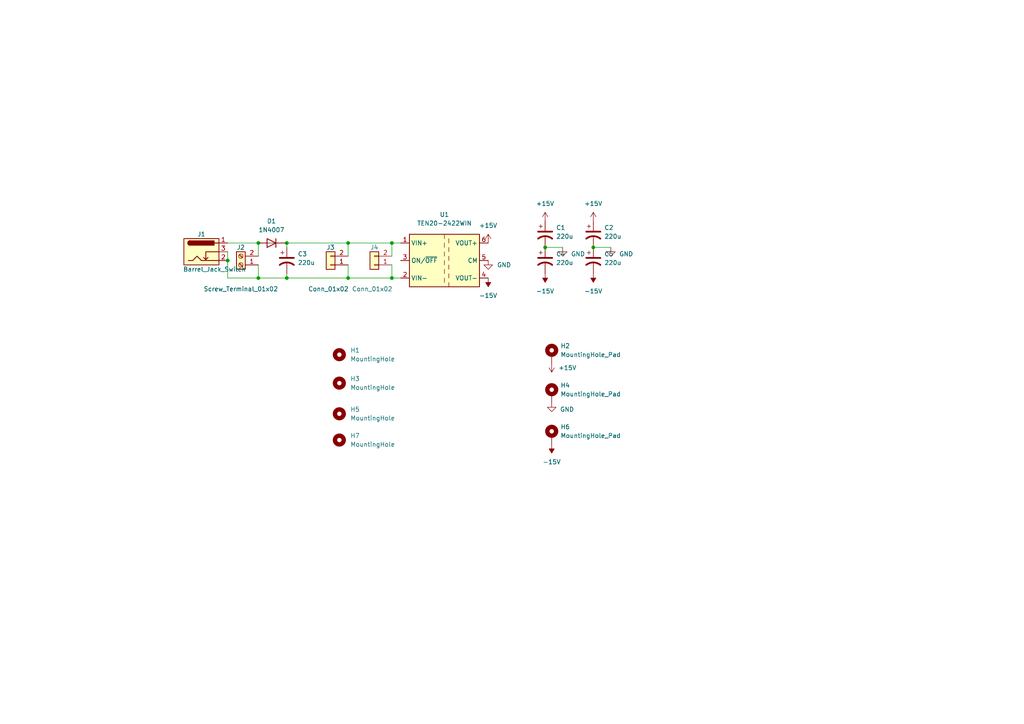
<source format=kicad_sch>
(kicad_sch (version 20211123) (generator eeschema)
  (paper "A4")
  (lib_symbols
    (symbol "Connector:Barrel_Jack_Switch" (pin_names hide)
      (property "Reference" "J" (at 0 5.334 0))
      (property "Value" "Barrel_Jack_Switch" (at 0 -5.08 0))
      (symbol "Barrel_Jack_Switch_0_1"
        (rectangle (start -5.08 3.81) (end 5.08 -3.81) (stroke (width 0.254)) (fill (type background)))
        (arc (start -3.302 3.175) (mid -3.937 2.54) (end -3.302 1.905) (stroke (width 0.254)))
        (arc (start -3.302 3.175) (mid -3.937 2.54) (end -3.302 1.905) (stroke (width 0.254)) (fill (type outline)))
        (polyline (pts (xy 1.27 -2.286) (xy 1.905 -1.651)) (stroke (width 0.254)))
        (polyline (pts (xy 5.08 2.54) (xy 3.81 2.54)) (stroke (width 0.254)))
        (polyline (pts (xy 5.08 0) (xy 1.27 0) (xy 1.27 -2.286) (xy 0.635 -1.651)) (stroke (width 0.254)))
        (polyline (pts (xy -3.81 -2.54) (xy -2.54 -2.54) (xy -1.27 -1.27) (xy 0 -2.54) (xy 2.54 -2.54) (xy 5.08 -2.54)) (stroke (width 0.254)))
        (rectangle (start 3.683 3.175) (end -3.302 1.905) (stroke (width 0.254)) (fill (type outline)))
      )
      (symbol "Barrel_Jack_Switch_1_1"
        (pin passive line (at 7.62 2.54 180) (length 2.54) (name "~") (number "1"))
        (pin passive line (at 7.62 -2.54 180) (length 2.54) (name "~") (number "2"))
        (pin passive line (at 7.62 0 180) (length 2.54) (name "~") (number "3"))
      )
    )
    (symbol "Connector:Screw_Terminal_01x02" (pin_names (offset 1.016) hide)
      (property "Reference" "J" (at 0 2.54 0))
      (property "Value" "Screw_Terminal_01x02" (at 0 -5.08 0))
      (symbol "Screw_Terminal_01x02_1_1"
        (rectangle (start -1.27 1.27) (end 1.27 -3.81) (stroke (width 0.254)) (fill (type background)))
        (circle (center 0 -2.54) (radius 0.635) (stroke (width 0.1524)))
        (polyline (pts (xy -0.5334 -2.2098) (xy 0.3302 -3.048)) (stroke (width 0.1524)))
        (polyline (pts (xy -0.5334 0.3302) (xy 0.3302 -0.508)) (stroke (width 0.1524)))
        (polyline (pts (xy -0.3556 -2.032) (xy 0.508 -2.8702)) (stroke (width 0.1524)))
        (polyline (pts (xy -0.3556 0.508) (xy 0.508 -0.3302)) (stroke (width 0.1524)))
        (circle (center 0 0) (radius 0.635) (stroke (width 0.1524)))
        (pin passive line (at -5.08 0 0) (length 3.81) (name "Pin_1") (number "1"))
        (pin passive line (at -5.08 -2.54 0) (length 3.81) (name "Pin_2") (number "2"))
      )
    )
    (symbol "Connector_Generic:Conn_01x02" (pin_names (offset 1.016) hide)
      (property "Reference" "J" (at 0 2.54 0))
      (property "Value" "Conn_01x02" (at 0 -5.08 0))
      (symbol "Conn_01x02_1_1"
        (rectangle (start -1.27 -2.413) (end 0 -2.667) (stroke (width 0.1524)))
        (rectangle (start -1.27 0.127) (end 0 -0.127) (stroke (width 0.1524)))
        (rectangle (start -1.27 1.27) (end 1.27 -3.81) (stroke (width 0.254)) (fill (type background)))
        (pin passive line (at -5.08 0 0) (length 3.81) (name "Pin_1") (number "1"))
        (pin passive line (at -5.08 -2.54 0) (length 3.81) (name "Pin_2") (number "2"))
      )
    )
    (symbol "Converter_DCDC:TEN20-2422WIN"
      (property "Reference" "U?" (at 0 13.335 0))
      (property "Value" "TEN20-2422WIN" (at 0 10.795 0))
      (symbol "TEN20-2422WIN_0_1"
        (rectangle (start -10.16 7.62) (end 10.16 -7.62) (stroke (width 0.254)) (fill (type background)))
        (polyline (pts (xy 0 -5.08) (xy 0 -6.35)))
        (polyline (pts (xy 0 -2.54) (xy 0 -3.81)))
        (polyline (pts (xy 0 0) (xy 0 -1.27)))
        (polyline (pts (xy 0 2.54) (xy 0 1.27)))
        (polyline (pts (xy 0 5.08) (xy 0 3.81)))
        (polyline (pts (xy 0 7.62) (xy 0 6.35)))
        (polyline (pts (xy 1.27 -7.62) (xy 1.27 -6.35)))
        (polyline (pts (xy 1.27 -5.08) (xy 1.27 -3.81)))
        (polyline (pts (xy 1.27 -2.54) (xy 1.27 -1.27)))
        (polyline (pts (xy 1.27 0) (xy 1.27 1.27)))
        (polyline (pts (xy 1.27 2.54) (xy 1.27 3.81)))
        (polyline (pts (xy 1.27 5.08) (xy 1.27 6.35)))
      )
      (symbol "TEN20-2422WIN_1_1"
        (pin power_in line (at -12.7 5.08 0) (length 2.54) (name "VIN+") (number "1"))
        (pin power_in line (at -12.7 -5.08 0) (length 2.54) (name "VIN-") (number "2"))
        (pin input line (at -12.7 0 0) (length 2.54) (name "ON/~{OFF}") (number "3"))
        (pin power_out line (at 12.7 -5.08 180) (length 2.54) (name "VOUT-") (number "4"))
        (pin power_out line (at 12.7 0 180) (length 2.54) (name "CM") (number "5"))
        (pin power_out line (at 12.7 5.08 180) (length 2.54) (name "VOUT+") (number "6"))
      )
    )
    (symbol "Device:C_Polarized_US" (pin_numbers hide) (pin_names (offset 0.254) hide)
      (property "Reference" "C" (at 0.635 2.54 0))
      (property "Value" "C_Polarized_US" (at 0.635 -2.54 0))
      (symbol "C_Polarized_US_0_1"
        (polyline (pts (xy -2.032 0.762) (xy 2.032 0.762)) (stroke (width 0.508)))
        (polyline (pts (xy -1.778 2.286) (xy -0.762 2.286)))
        (polyline (pts (xy -1.27 1.778) (xy -1.27 2.794)))
        (arc (start 2.032 -1.27) (mid 0 -0.5572) (end -2.032 -1.27) (stroke (width 0.508)))
      )
      (symbol "C_Polarized_US_1_1"
        (pin passive line (at 0 3.81 270) (length 2.794) (name "~") (number "1"))
        (pin passive line (at 0 -3.81 90) (length 3.302) (name "~") (number "2"))
      )
    )
    (symbol "Diode:1N4007" (pin_numbers hide) (pin_names (offset 1.016) hide)
      (property "Reference" "D" (at 0 2.54 0))
      (property "Value" "1N4007" (at 0 -2.54 0))
      (symbol "1N4007_0_1"
        (polyline (pts (xy -1.27 1.27) (xy -1.27 -1.27)) (stroke (width 0.254)))
        (polyline (pts (xy 1.27 0) (xy -1.27 0)))
        (polyline (pts (xy 1.27 1.27) (xy 1.27 -1.27) (xy -1.27 0) (xy 1.27 1.27)) (stroke (width 0.254)))
      )
      (symbol "1N4007_1_1"
        (pin passive line (at -3.81 0 0) (length 2.54) (name "K") (number "1"))
        (pin passive line (at 3.81 0 180) (length 2.54) (name "A") (number "2"))
      )
    )
    (symbol "Mechanical:MountingHole" (pin_names (offset 1.016))
      (property "Reference" "H" (at 0 5.08 0))
      (property "Value" "MountingHole" (at 0 3.175 0))
      (symbol "MountingHole_0_1"
        (circle (center 0 0) (radius 1.27) (stroke (width 1.27)))
      )
    )
    (symbol "Mechanical:MountingHole_Pad" (pin_numbers hide) (pin_names (offset 1.016) hide)
      (property "Reference" "H" (at 0 6.35 0))
      (property "Value" "MountingHole_Pad" (at 0 4.445 0))
      (symbol "MountingHole_Pad_0_1"
        (circle (center 0 1.27) (radius 1.27) (stroke (width 1.27)))
      )
      (symbol "MountingHole_Pad_1_1"
        (pin input line (at 0 -2.54 90) (length 2.54) (name "1") (number "1"))
      )
    )
    (symbol "power:+15V" (power) (pin_names (offset 0))
      (property "Value" "+15V" (at 0 3.556 0))
      (symbol "+15V_0_1"
        (polyline (pts (xy -0.762 1.27) (xy 0 2.54)))
        (polyline (pts (xy 0 0) (xy 0 2.54)))
        (polyline (pts (xy 0 2.54) (xy 0.762 1.27)))
      )
      (symbol "+15V_1_1"
        (pin power_in line (at 0 0 90) (length 0) hide (name "+15V") (number "1"))
      )
    )
    (symbol "power:-15V" (power) (pin_names (offset 0))
      (property "Value" "-15V" (at 0 3.81 0))
      (symbol "-15V_0_0"
        (pin power_in line (at 0 0 90) (length 0) hide (name "-15V") (number "1"))
      )
      (symbol "-15V_0_1"
        (polyline (pts (xy 0 0) (xy 0 1.27) (xy 0.762 1.27) (xy 0 2.54) (xy -0.762 1.27) (xy 0 1.27)) (fill (type outline)))
      )
    )
    (symbol "power:GND" (power) (pin_names (offset 0))
      (property "Value" "GND" (at 0 -3.81 0))
      (symbol "GND_0_1"
        (polyline (pts (xy 0 0) (xy 0 -1.27) (xy 1.27 -1.27) (xy 0 -2.54) (xy -1.27 -1.27) (xy 0 -1.27)))
      )
      (symbol "GND_1_1"
        (pin power_in line (at 0 0 270) (length 0) hide (name "GND") (number "1"))
      )
    )
  )
  (junction (at 113.665 70.485))
  (junction (at 172.085 71.755))
  (junction (at 74.93 70.485))
  (junction (at 100.965 70.485))
  (junction (at 100.965 80.645))
  (junction (at 83.185 70.485))
  (junction (at 83.185 80.645))
  (junction (at 158.115 71.755))
  (junction (at 74.93 80.645))
  (junction (at 113.665 80.645))
  (junction (at 66.04 75.565))
  (wire (pts (xy 113.665 76.835) (xy 113.665 80.645)))
  (wire (pts (xy 83.185 79.375) (xy 83.185 80.645)))
  (wire (pts (xy 66.04 73.025) (xy 66.04 75.565)))
  (wire (pts (xy 100.965 70.485) (xy 113.665 70.485)))
  (wire (pts (xy 83.185 80.645) (xy 100.965 80.645)))
  (wire (pts (xy 100.965 70.485) (xy 100.965 74.295)))
  (wire (pts (xy 83.185 70.485) (xy 100.965 70.485)))
  (wire (pts (xy 66.04 75.565) (xy 66.04 80.645)))
  (wire (pts (xy 100.965 76.835) (xy 100.965 80.645)))
  (wire (pts (xy 100.965 80.645) (xy 113.665 80.645)))
  (wire (pts (xy 113.665 70.485) (xy 116.205 70.485)))
  (wire (pts (xy 74.93 76.835) (xy 74.93 80.645)))
  (wire (pts (xy 82.55 70.485) (xy 83.185 70.485)))
  (wire (pts (xy 113.665 80.645) (xy 116.205 80.645)))
  (wire (pts (xy 83.185 70.485) (xy 83.185 71.755)))
  (wire (pts (xy 66.04 80.645) (xy 74.93 80.645)))
  (wire (pts (xy 113.665 70.485) (xy 113.665 74.295)))
  (wire (pts (xy 74.93 80.645) (xy 83.185 80.645)))
  (wire (pts (xy 66.04 70.485) (xy 74.93 70.485)))
  (wire (pts (xy 172.085 71.755) (xy 177.165 71.755)))
  (wire (pts (xy 74.93 70.485) (xy 74.93 74.295)))
  (wire (pts (xy 158.115 71.755) (xy 163.195 71.755)))
  (symbol (lib_id "Mechanical:MountingHole_Pad") (at 160.02 126.365 0) (unit 1)
    (property "Reference" "H6" (at 162.56 123.8249 0) (effects (justify left)))
    (property "Value" "MountingHole_Pad" (at 162.56 126.3649 0) (effects (justify left)))
    (property "Footprint" "MountingHole:MountingHole_3.2mm_M3_ISO7380_Pad_TopBottom" (effects hide))
  )
  (symbol (lib_id "power:GND") (at 160.02 116.84 0) (unit 1)
    (property "Reference" "#PWR011" (effects hide))
    (property "Value" "GND" (at 164.465 118.745 0))
  )
  (symbol (lib_id "power:+15V") (at 158.115 64.135 0) (unit 1)
    (property "Reference" "#PWR01" (effects hide))
    (property "Value" "+15V" (at 158.115 59.055 0))
  )
  (symbol (lib_id "Connector_Generic:Conn_01x02") (at 108.585 76.835 180) (unit 1)
    (property "Reference" "J4" (at 108.585 71.755 0))
    (property "Value" "Conn_01x02" (at 107.95 83.82 0))
    (property "Footprint" "Connector_JST:JST_XH_B2B-XH-A_1x02_P2.50mm_Vertical" (effects hide))
  )
  (symbol (lib_id "Mechanical:MountingHole_Pad") (at 160.02 102.87 0) (unit 1)
    (property "Reference" "H2" (at 162.56 100.3299 0) (effects (justify left)))
    (property "Value" "MountingHole_Pad" (at 162.56 102.8699 0) (effects (justify left)))
    (property "Footprint" "MountingHole:MountingHole_3.2mm_M3_ISO7380_Pad_TopBottom" (effects hide))
  )
  (symbol (lib_id "power:+15V") (at 160.02 105.41 180) (unit 1)
    (property "Reference" "#PWR010" (effects hide))
    (property "Value" "+15V" (at 161.925 106.6799 0) (effects (justify right)))
  )
  (symbol (lib_id "Converter_DCDC:TEN20-2422WIN") (at 128.905 75.565 0) (unit 1)
    (property "Reference" "U1" (at 128.905 62.23 0))
    (property "Value" "TEN20-2422WIN" (at 128.905 64.77 0))
    (property "Footprint" "Alex Custom:CONV_PYBE30-Q24-D12" (effects hide))
    (property "Datasheet" "http://www.tracopower.com/products/ten20win.pdf" (effects hide))
  )
  (symbol (lib_id "Mechanical:MountingHole") (at 98.425 111.125 0) (unit 1)
    (property "Reference" "H3" (at 101.6 109.8549 0) (effects (justify left)))
    (property "Value" "MountingHole" (at 101.6 112.3949 0) (effects (justify left)))
    (property "Footprint" "MountingHole:MountingHole_3.2mm_M3" (effects hide))
  )
  (symbol (lib_id "power:GND") (at 163.195 71.755 0) (unit 1)
    (property "Reference" "#PWR04" (effects hide))
    (property "Value" "GND" (at 167.64 73.66 0))
  )
  (symbol (lib_id "power:-15V") (at 158.115 79.375 180) (unit 1)
    (property "Reference" "#PWR07" (effects hide))
    (property "Value" "-15V" (at 158.115 84.455 0))
  )
  (symbol (lib_id "Connector:Screw_Terminal_01x02") (at 69.85 76.835 180) (unit 1)
    (property "Reference" "J2" (at 69.85 71.755 0))
    (property "Value" "Screw_Terminal_01x02" (at 69.85 83.82 0))
    (property "Footprint" "TerminalBlock_Phoenix:TerminalBlock_Phoenix_MKDS-1,5-2_1x02_P5.00mm_Horizontal" (effects hide))
  )
  (symbol (lib_id "power:-15V") (at 141.605 80.645 180) (unit 1)
    (property "Reference" "#PWR09" (effects hide))
    (property "Value" "-15V" (at 141.605 85.725 0))
  )
  (symbol (lib_id "Device:C_Polarized_US") (at 172.085 67.945 0) (unit 1)
    (property "Reference" "C2" (at 175.26 66.0399 0) (effects (justify left)))
    (property "Value" "220u" (at 175.26 68.5799 0) (effects (justify left)))
    (property "Footprint" "Capacitor_THT:CP_Radial_D10.0mm_P5.00mm" (effects hide))
  )
  (symbol (lib_id "Device:C_Polarized_US") (at 172.085 75.565 0) (unit 1)
    (property "Reference" "C5" (at 175.26 73.6599 0) (effects (justify left)))
    (property "Value" "220u" (at 175.26 76.1999 0) (effects (justify left)))
    (property "Footprint" "Capacitor_THT:CP_Radial_D10.0mm_P5.00mm" (effects hide))
  )
  (symbol (lib_id "Connector_Generic:Conn_01x02") (at 95.885 76.835 180) (unit 1)
    (property "Reference" "J3" (at 95.885 71.755 0))
    (property "Value" "Conn_01x02" (at 95.25 83.82 0))
    (property "Footprint" "Connector_JST:JST_XH_B2B-XH-A_1x02_P2.50mm_Vertical" (effects hide))
  )
  (symbol (lib_id "power:-15V") (at 160.02 128.905 180) (unit 1)
    (property "Reference" "#PWR012" (effects hide))
    (property "Value" "-15V" (at 160.02 133.985 0))
  )
  (symbol (lib_id "Mechanical:MountingHole") (at 98.425 120.015 0) (unit 1)
    (property "Reference" "H5" (at 101.6 118.7449 0) (effects (justify left)))
    (property "Value" "MountingHole" (at 101.6 121.2849 0) (effects (justify left)))
    (property "Footprint" "MountingHole:MountingHole_3.2mm_M3" (effects hide))
  )
  (symbol (lib_id "power:+15V") (at 172.085 64.135 0) (unit 1)
    (property "Reference" "#PWR02" (effects hide))
    (property "Value" "+15V" (at 172.085 59.055 0))
  )
  (symbol (lib_id "power:GND") (at 177.165 71.755 0) (unit 1)
    (property "Reference" "#PWR05" (effects hide))
    (property "Value" "GND" (at 181.61 73.66 0))
  )
  (symbol (lib_id "Device:C_Polarized_US") (at 83.185 75.565 0) (unit 1)
    (property "Reference" "C3" (at 86.36 73.6599 0) (effects (justify left)))
    (property "Value" "220u" (at 86.36 76.1999 0) (effects (justify left)))
    (property "Footprint" "Capacitor_THT:CP_Radial_D10.0mm_P5.00mm" (effects hide))
  )
  (symbol (lib_id "Mechanical:MountingHole_Pad") (at 160.02 114.3 0) (unit 1)
    (property "Reference" "H4" (at 162.56 111.7599 0) (effects (justify left)))
    (property "Value" "MountingHole_Pad" (at 162.56 114.2999 0) (effects (justify left)))
    (property "Footprint" "MountingHole:MountingHole_3.2mm_M3_ISO7380_Pad_TopBottom" (effects hide))
  )
  (symbol (lib_id "Mechanical:MountingHole") (at 98.425 127.635 0) (unit 1)
    (property "Reference" "H7" (at 101.6 126.3649 0) (effects (justify left)))
    (property "Value" "MountingHole" (at 101.6 128.9049 0) (effects (justify left)))
    (property "Footprint" "MountingHole:MountingHole_3.2mm_M3" (effects hide))
  )
  (symbol (lib_id "Connector:Barrel_Jack_Switch") (at 58.42 73.025 0) (unit 1)
    (property "Reference" "J1" (at 58.42 67.945 0))
    (property "Value" "Barrel_Jack_Switch" (at 62.23 78.105 0))
    (property "Footprint" "Connector_BarrelJack:BarrelJack_Horizontal" (effects hide))
  )
  (symbol (lib_id "Device:C_Polarized_US") (at 158.115 75.565 0) (unit 1)
    (property "Reference" "C4" (at 161.29 73.6599 0) (effects (justify left)))
    (property "Value" "220u" (at 161.29 76.1999 0) (effects (justify left)))
    (property "Footprint" "Capacitor_THT:CP_Radial_D10.0mm_P5.00mm" (effects hide))
  )
  (symbol (lib_id "power:-15V") (at 172.085 79.375 180) (unit 1)
    (property "Reference" "#PWR08" (effects hide))
    (property "Value" "-15V" (at 172.085 84.455 0))
  )
  (symbol (lib_id "Diode:1N4007") (at 78.74 70.485 180) (unit 1)
    (property "Reference" "D1" (at 78.74 64.135 0))
    (property "Value" "1N4007" (at 78.74 66.675 0))
    (property "Footprint" "Diode_THT:D_DO-41_SOD81_P10.16mm_Horizontal" (effects hide))
    (property "Datasheet" "http://www.vishay.com/docs/88503/1n4001.pdf" (effects hide))
  )
  (symbol (lib_id "power:+15V") (at 141.605 70.485 0) (unit 1)
    (property "Reference" "#PWR03" (effects hide))
    (property "Value" "+15V" (at 141.605 65.405 0))
  )
  (symbol (lib_id "Device:C_Polarized_US") (at 158.115 67.945 0) (unit 1)
    (property "Reference" "C1" (at 161.29 66.0399 0) (effects (justify left)))
    (property "Value" "220u" (at 161.29 68.5799 0) (effects (justify left)))
    (property "Footprint" "Capacitor_THT:CP_Radial_D10.0mm_P5.00mm" (effects hide))
  )
  (symbol (lib_id "Mechanical:MountingHole") (at 98.425 102.87 0) (unit 1)
    (property "Reference" "H1" (at 101.6 101.5999 0) (effects (justify left)))
    (property "Value" "MountingHole" (at 101.6 104.1399 0) (effects (justify left)))
    (property "Footprint" "MountingHole:MountingHole_3.2mm_M3" (effects hide))
  )
  (symbol (lib_id "power:GND") (at 141.605 75.565 0) (mirror y) (unit 1)
    (property "Reference" "#PWR06" (effects hide))
    (property "Value" "GND" (at 144.145 76.8349 0) (effects (justify right)))
  )
)
</source>
